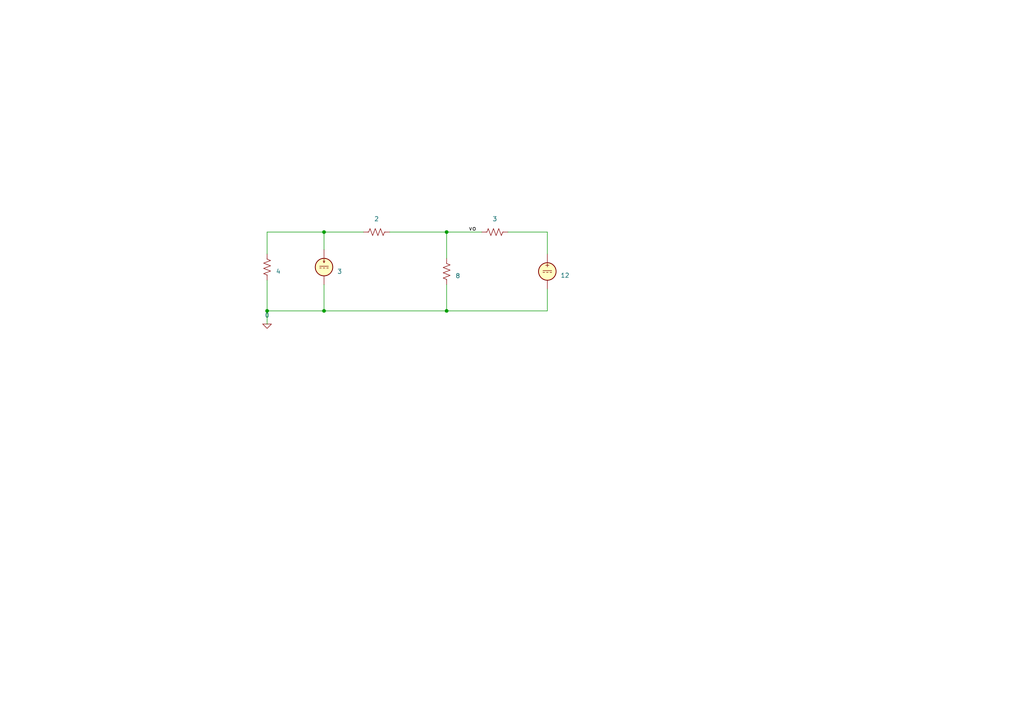
<source format=kicad_sch>
(kicad_sch (version 20250114) (generator "eeschema") (generator_version "9.0")
  (paper "A4")
  (lib_symbols
    (symbol "Device:R_US" (pin_numbers (hide yes)) (pin_names (offset 0))
      (property "Reference" "R" (at 2.54 0 90))
      (property "Value" "R_US" (at -2.54 0 90))
      (symbol "R_US_0_1"
        (polyline (pts (xy 0 2.286) (xy 0 2.54)))
        (polyline (pts (xy 0 2.286) (xy 1.016 1.905) (xy 0 1.524) (xy -1.016 1.143) (xy 0 0.762)))
        (polyline (pts (xy 0 0.762) (xy 1.016 0.381) (xy 0 0) (xy -1.016 -0.381) (xy 0 -0.762)))
        (polyline (pts (xy 0 -0.762) (xy 1.016 -1.143) (xy 0 -1.524) (xy -1.016 -1.905) (xy 0 -2.286)))
        (polyline (pts (xy 0 -2.286) (xy 0 -2.54)))
      )
      (symbol "R_US_1_1"
        (pin passive line (at 0 3.81 270) (length 1.27) (name "~") (number "1"))
        (pin passive line (at 0 -3.81 90) (length 1.27) (name "~") (number "2"))
      )
    )
    (symbol "Simulation_SPICE:0" (power) (pin_numbers (hide yes)) (pin_names (offset 0) (hide yes))
      (property "Value" "0" (at 0 -2.54 0))
      (symbol "0_0_1"
        (polyline (pts (xy -1.27 0) (xy 0 -1.27) (xy 1.27 0) (xy -1.27 0)))
      )
      (symbol "0_1_1"
        (pin power_in line (at 0 0 0) (length 0) (name "~") (number "1"))
      )
    )
    (symbol "Simulation_SPICE:IDC" (pin_numbers (hide yes)) (pin_names (offset 0.0254))
      (property "Reference" "I" (at 2.54 2.54 0))
      (property "Value" "1" (at 2.54 0 0))
      (symbol "IDC_0_0"
        (polyline (pts (xy -1.27 0.254) (xy 1.27 0.254)))
        (polyline (pts (xy -0.762 -0.254) (xy -1.27 -0.254)))
        (polyline (pts (xy 0.254 -0.254) (xy -0.254 -0.254)))
        (polyline (pts (xy 1.27 -0.254) (xy 0.762 -0.254)))
      )
      (symbol "IDC_0_1"
        (polyline (pts (xy -0.254 1.778) (xy 0 1.27) (xy 0.254 1.778)))
        (polyline (pts (xy 0 1.27) (xy 0 2.286)))
        (circle (center 0 0) (radius 2.54) (stroke (width 0.254)) (fill (type background)))
      )
      (symbol "IDC_1_1"
        (pin passive line (at 0 5.08 270) (length 2.54) (name "~") (number "1"))
        (pin passive line (at 0 -5.08 90) (length 2.54) (name "~") (number "2"))
      )
    )
    (symbol "Simulation_SPICE:VDC" (pin_numbers (hide yes)) (pin_names (offset 0.0254))
      (property "Reference" "V" (at 2.54 2.54 0))
      (property "Value" "1" (at 2.54 0 0))
      (symbol "VDC_0_0"
        (polyline (pts (xy -1.27 0.254) (xy 1.27 0.254)))
        (polyline (pts (xy -0.762 -0.254) (xy -1.27 -0.254)))
        (polyline (pts (xy 0.254 -0.254) (xy -0.254 -0.254)))
        (polyline (pts (xy 1.27 -0.254) (xy 0.762 -0.254)))
        (text "+" (at 0 1.905 0) (effects (font (size 1.27 1.27))))
      )
      (symbol "VDC_0_1"
        (circle (center 0 0) (radius 2.54) (stroke (width 0.254)) (fill (type background)))
      )
      (symbol "VDC_1_1"
        (pin passive line (at 0 5.08 270) (length 2.54) (name "~") (number "1"))
        (pin passive line (at 0 -5.08 90) (length 2.54) (name "~") (number "2"))
      )
    )
  )
  (junction (at 77.47 90.17))
  (junction (at 129.54 67.31))
  (junction (at 93.98 90.17))
  (junction (at 129.54 90.17))
  (junction (at 93.98 67.31))
  (wire (pts (xy 147.32 67.31) (xy 158.75 67.31)))
  (wire (pts (xy 93.98 67.31) (xy 93.98 72.39)))
  (wire (pts (xy 77.47 90.17) (xy 93.98 90.17)))
  (wire (pts (xy 129.54 82.55) (xy 129.54 90.17)))
  (wire (pts (xy 129.54 67.31) (xy 139.7 67.31)))
  (wire (pts (xy 158.75 83.82) (xy 158.75 90.17)))
  (wire (pts (xy 158.75 67.31) (xy 158.75 73.66)))
  (wire (pts (xy 93.98 82.55) (xy 93.98 90.17)))
  (wire (pts (xy 129.54 90.17) (xy 158.75 90.17)))
  (wire (pts (xy 77.47 67.31) (xy 93.98 67.31)))
  (wire (pts (xy 129.54 67.31) (xy 129.54 74.93)))
  (wire (pts (xy 93.98 90.17) (xy 129.54 90.17)))
  (wire (pts (xy 77.47 90.17) (xy 77.47 93.98)))
  (wire (pts (xy 77.47 73.66) (xy 77.47 67.31)))
  (wire (pts (xy 77.47 81.28) (xy 77.47 90.17)))
  (wire (pts (xy 93.98 67.31) (xy 105.41 67.31)))
  (wire (pts (xy 113.03 67.31) (xy 129.54 67.31)))
  (label "vo" (at 135.89 67.31 0))
  (symbol (lib_id "Device:R_US") (at 109.22 67.31 90) (unit 1)
    (property "Reference" "R7" (effects (hide yes)))
    (property "Value" "2" (at 109.22 63.5 90))
    (property "Description" "Resistor, US symbol" (effects (hide yes)))
  )
  (symbol (lib_id "Device:R_US") (at 143.51 67.31 90) (unit 1)
    (property "Reference" "R8" (effects (hide yes)))
    (property "Value" "3" (at 143.51 63.5 90))
    (property "Description" "Resistor, US symbol" (effects (hide yes)))
  )
  (symbol (lib_id "Simulation_SPICE:IDC") (at 93.98 77.47 0) (unit 1)
    (property "Reference" "I1" (effects (hide yes)))
    (property "Value" "3" (at 97.79 78.7399 0) (effects (justify left)))
    (property "Datasheet" "https://ngspice.sourceforge.io/docs/ngspice-html-manual/manual.xhtml#sec_Independent_Sources_for" (effects (hide yes)))
    (property "Description" "Current source, DC" (effects (hide yes)))
    (property "Sim.Pins" "1=+ 2=-" (effects (hide yes)))
    (property "Sim.Type" "DC" (effects (hide yes)))
    (property "Sim.Device" "I" (effects (hide yes)))
  )
  (symbol (lib_id "Device:R_US") (at 77.47 77.47 0) (unit 1)
    (property "Reference" "R6" (effects (hide yes)))
    (property "Value" "4" (at 80.01 78.7399 0) (effects (justify left)))
    (property "Description" "Resistor, US symbol" (effects (hide yes)))
  )
  (symbol (lib_id "Device:R_US") (at 129.54 78.74 0) (unit 1)
    (property "Reference" "R9" (effects (hide yes)))
    (property "Value" "8" (at 132.08 80.0099 0) (effects (justify left)))
    (property "Description" "Resistor, US symbol" (effects (hide yes)))
  )
  (symbol (lib_id "Simulation_SPICE:0") (at 77.47 93.98 0) (unit 1)
    (property "Reference" "#GND03" (effects (hide yes)))
    (property "Value" "0" (at 77.47 91.44 0))
    (property "Datasheet" "https://ngspice.sourceforge.io/docs/ngspice-html-manual/manual.xhtml#subsec_Circuit_elements__device" (effects (hide yes)))
    (property "Description" "0V reference potential for simulation" (effects (hide yes)))
  )
  (symbol (lib_id "Simulation_SPICE:VDC") (at 158.75 78.74 0) (unit 1)
    (property "Reference" "V6" (effects (hide yes)))
    (property "Value" "12" (at 162.56 79.8801 0) (effects (justify left)))
    (property "Datasheet" "https://ngspice.sourceforge.io/docs/ngspice-html-manual/manual.xhtml#sec_Independent_Sources_for" (effects (hide yes)))
    (property "Description" "Voltage source, DC" (effects (hide yes)))
    (property "Sim.Pins" "1=+ 2=-" (effects (hide yes)))
    (property "Sim.Type" "DC" (effects (hide yes)))
    (property "Sim.Device" "V" (effects (hide yes)))
  )
)
</source>
